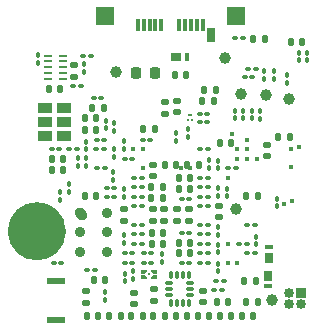
<source format=gbs>
%TF.GenerationSoftware,KiCad,Pcbnew,9.0.1*%
%TF.CreationDate,2025-05-16T18:32:17-04:00*%
%TF.ProjectId,Expansion_Card_Retrofit,45787061-6e73-4696-9f6e-5f436172645f,X1*%
%TF.SameCoordinates,Original*%
%TF.FileFunction,Soldermask,Bot*%
%TF.FilePolarity,Negative*%
%FSLAX45Y45*%
G04 Gerber Fmt 4.5, Leading zero omitted, Abs format (unit mm)*
G04 Created by KiCad (PCBNEW 9.0.1) date 2025-05-16 18:32:17*
%MOMM*%
%LPD*%
G01*
G04 APERTURE LIST*
G04 Aperture macros list*
%AMRoundRect*
0 Rectangle with rounded corners*
0 $1 Rounding radius*
0 $2 $3 $4 $5 $6 $7 $8 $9 X,Y pos of 4 corners*
0 Add a 4 corners polygon primitive as box body*
4,1,4,$2,$3,$4,$5,$6,$7,$8,$9,$2,$3,0*
0 Add four circle primitives for the rounded corners*
1,1,$1+$1,$2,$3*
1,1,$1+$1,$4,$5*
1,1,$1+$1,$6,$7*
1,1,$1+$1,$8,$9*
0 Add four rect primitives between the rounded corners*
20,1,$1+$1,$2,$3,$4,$5,0*
20,1,$1+$1,$4,$5,$6,$7,0*
20,1,$1+$1,$6,$7,$8,$9,0*
20,1,$1+$1,$8,$9,$2,$3,0*%
%AMHorizOval*
0 Thick line with rounded ends*
0 $1 width*
0 $2 $3 position (X,Y) of the first rounded end (center of the circle)*
0 $4 $5 position (X,Y) of the second rounded end (center of the circle)*
0 Add line between two ends*
20,1,$1,$2,$3,$4,$5,0*
0 Add two circle primitives to create the rounded ends*
1,1,$1,$2,$3*
1,1,$1,$4,$5*%
%AMFreePoly0*
4,1,10,0.210000,0.050000,0.050000,-0.110000,-0.160000,-0.110000,-0.195000,-0.095000,-0.210000,-0.060000,-0.210000,0.060000,-0.195000,0.095000,-0.160000,0.110000,0.210000,0.110000,0.210000,0.050000,0.210000,0.050000,$1*%
%AMFreePoly1*
4,1,10,0.210000,-0.050000,0.210000,-0.110000,-0.160000,-0.110000,-0.195000,-0.095000,-0.210000,-0.060000,-0.210000,0.060000,-0.195000,0.095000,-0.160000,0.110000,0.050000,0.110000,0.210000,-0.050000,0.210000,-0.050000,$1*%
%AMFreePoly2*
4,1,10,0.195000,0.095000,0.210000,0.060000,0.210000,-0.060000,0.195000,-0.095000,0.160000,-0.110000,-0.210000,-0.110000,-0.210000,-0.050000,-0.050000,0.110000,0.160000,0.110000,0.195000,0.095000,0.195000,0.095000,$1*%
%AMFreePoly3*
4,1,12,0.260000,-0.029000,0.260000,-0.160000,-0.160000,-0.160000,-0.210000,-0.147000,-0.247000,-0.110000,-0.260000,-0.060000,-0.260000,0.060000,-0.247000,0.110000,-0.210000,0.147000,-0.160000,0.160000,0.071000,0.160000,0.260000,-0.029000,0.260000,-0.029000,$1*%
%AMFreePoly4*
4,1,12,0.260000,0.029000,0.071000,-0.160000,-0.160000,-0.160000,-0.210000,-0.147000,-0.247000,-0.110000,-0.260000,-0.060000,-0.260000,0.060000,-0.247000,0.110000,-0.210000,0.147000,-0.160000,0.160000,0.260000,0.160000,0.260000,0.029000,0.260000,0.029000,$1*%
%AMFreePoly5*
4,1,12,0.210000,0.147000,0.247000,0.110000,0.260000,0.060000,0.260000,-0.060000,0.247000,-0.110000,0.210000,-0.147000,0.160000,-0.160000,-0.071000,-0.160000,-0.260000,0.029000,-0.260000,0.160000,0.160000,0.160000,0.210000,0.147000,0.210000,0.147000,$1*%
%AMFreePoly6*
4,1,12,0.210000,0.147000,0.247000,0.110000,0.260000,0.060000,0.260000,-0.060000,0.247000,-0.110000,0.210000,-0.147000,0.160000,-0.160000,-0.260000,-0.160000,-0.260000,-0.029000,-0.071000,0.160000,0.160000,0.160000,0.210000,0.147000,0.210000,0.147000,$1*%
G04 Aperture macros list end*
%ADD10C,2.475000*%
%ADD11RoundRect,0.100000X0.100000X-0.130000X0.100000X0.130000X-0.100000X0.130000X-0.100000X-0.130000X0*%
%ADD12R,0.380000X1.000000*%
%ADD13R,0.700000X1.150000*%
%ADD14R,0.850000X0.850000*%
%ADD15O,0.850000X0.850000*%
%ADD16R,1.500000X1.500000*%
%ADD17RoundRect,0.100000X-0.100000X0.130000X-0.100000X-0.130000X0.100000X-0.130000X0.100000X0.130000X0*%
%ADD18RoundRect,0.140000X-0.140000X-0.170000X0.140000X-0.170000X0.140000X0.170000X-0.140000X0.170000X0*%
%ADD19RoundRect,0.100000X-0.130000X-0.100000X0.130000X-0.100000X0.130000X0.100000X-0.130000X0.100000X0*%
%ADD20RoundRect,0.100000X0.130000X0.100000X-0.130000X0.100000X-0.130000X-0.100000X0.130000X-0.100000X0*%
%ADD21RoundRect,0.147500X0.147500X0.172500X-0.147500X0.172500X-0.147500X-0.172500X0.147500X-0.172500X0*%
%ADD22C,0.910000*%
%ADD23HorizOval,0.910000X-0.100000X0.100000X0.100000X-0.100000X0*%
%ADD24RoundRect,0.140000X0.140000X0.170000X-0.140000X0.170000X-0.140000X-0.170000X0.140000X-0.170000X0*%
%ADD25RoundRect,0.102000X0.500000X-0.350000X0.500000X0.350000X-0.500000X0.350000X-0.500000X-0.350000X0*%
%ADD26RoundRect,0.140000X-0.170000X0.140000X-0.170000X-0.140000X0.170000X-0.140000X0.170000X0.140000X0*%
%ADD27R,0.650001X0.249999*%
%ADD28RoundRect,0.140000X0.170000X-0.140000X0.170000X0.140000X-0.170000X0.140000X-0.170000X-0.140000X0*%
%ADD29C,1.000000*%
%ADD30RoundRect,0.075000X-0.275000X0.390000X-0.275000X-0.390000X0.275000X-0.390000X0.275000X0.390000X0*%
%ADD31RoundRect,0.075000X-0.275000X0.075000X-0.275000X-0.075000X0.275000X-0.075000X0.275000X0.075000X0*%
%ADD32RoundRect,0.060000X0.015000X-0.065000X0.015000X0.065000X-0.015000X0.065000X-0.015000X-0.065000X0*%
%ADD33RoundRect,0.060000X0.190000X-0.015000X0.190000X0.015000X-0.190000X0.015000X-0.190000X-0.015000X0*%
%ADD34R,1.500000X0.550000*%
%ADD35FreePoly0,180.000000*%
%ADD36FreePoly1,180.000000*%
%ADD37FreePoly2,180.000000*%
%ADD38FreePoly3,180.000000*%
%ADD39FreePoly4,180.000000*%
%ADD40RoundRect,0.071429X0.075761X0.000000X0.000000X0.075761X-0.075761X0.000000X0.000000X-0.075761X0*%
%ADD41FreePoly5,180.000000*%
%ADD42FreePoly6,180.000000*%
%ADD43RoundRect,0.147500X-0.147500X-0.172500X0.147500X-0.172500X0.147500X0.172500X-0.147500X0.172500X0*%
%ADD44RoundRect,0.225000X-0.225000X-0.250000X0.225000X-0.250000X0.225000X0.250000X-0.225000X0.250000X0*%
%ADD45RoundRect,0.075000X0.275000X-0.390000X0.275000X0.390000X-0.275000X0.390000X-0.275000X-0.390000X0*%
%ADD46RoundRect,0.075000X0.275000X-0.075000X0.275000X0.075000X-0.275000X0.075000X-0.275000X-0.075000X0*%
%ADD47RoundRect,0.087500X-0.087500X0.225000X-0.087500X-0.225000X0.087500X-0.225000X0.087500X0.225000X0*%
%ADD48RoundRect,0.087500X-0.225000X0.087500X-0.225000X-0.087500X0.225000X-0.087500X0.225000X0.087500X0*%
%ADD49RoundRect,0.075000X-0.390000X-0.275000X0.390000X-0.275000X0.390000X0.275000X-0.390000X0.275000X0*%
%ADD50RoundRect,0.075000X-0.075000X-0.275000X0.075000X-0.275000X0.075000X0.275000X-0.075000X0.275000X0*%
%ADD51C,0.400000*%
G04 APERTURE END LIST*
D10*
X193750Y805000D02*
G75*
G02*
X-53750Y805000I-123750J0D01*
G01*
X-53750Y805000D02*
G75*
G02*
X193750Y805000I123750J0D01*
G01*
D11*
%TO.C,R44*%
X727500Y1500000D03*
X727500Y1436000D03*
%TD*%
D12*
%TO.C,P1*%
X1475000Y2551000D03*
X1425000Y2551000D03*
X1375000Y2551000D03*
X1325000Y2551000D03*
X1275000Y2551000D03*
X1125000Y2551000D03*
X1075000Y2551000D03*
X1025000Y2551000D03*
X975000Y2551000D03*
X925000Y2551000D03*
D13*
X1542000Y2467000D03*
%TD*%
D14*
%TO.C,J1*%
X2306000Y285000D03*
D15*
X2306000Y185000D03*
X2206000Y285000D03*
X2206000Y185000D03*
%TD*%
D16*
%TO.C,TP6*%
X645000Y2625000D03*
%TD*%
%TO.C,TP8*%
X1755000Y2625000D03*
%TD*%
D17*
%TO.C,R30*%
X887500Y464500D03*
X887500Y400500D03*
%TD*%
D18*
%TO.C,C20*%
X1844500Y1102500D03*
X1940500Y1102500D03*
%TD*%
D19*
%TO.C,C98*%
X1296000Y790000D03*
X1360000Y790000D03*
%TD*%
D17*
%TO.C,R15*%
X1930000Y759500D03*
X1930000Y695500D03*
%TD*%
D18*
%TO.C,C45*%
X1592000Y205000D03*
X1688000Y205000D03*
%TD*%
D20*
%TO.C,C80*%
X262000Y1505000D03*
X198000Y1505000D03*
%TD*%
D21*
%TO.C,D2*%
X1718500Y85000D03*
X1621500Y85000D03*
%TD*%
D11*
%TO.C,C9*%
X1607500Y1338500D03*
X1607500Y1402500D03*
%TD*%
D17*
%TO.C,R36*%
X1347000Y1669000D03*
X1347000Y1605000D03*
%TD*%
D11*
%TO.C,C25*%
X1607500Y626000D03*
X1607500Y690000D03*
%TD*%
D22*
%TO.C,MK1*%
X667000Y960000D03*
X667000Y795000D03*
X667000Y630000D03*
X433000Y630000D03*
X433000Y795000D03*
D23*
X443000Y950000D03*
%TD*%
D24*
%TO.C,C1*%
X2319000Y2404000D03*
X2223000Y2404000D03*
%TD*%
%TO.C,C75*%
X1137000Y1086000D03*
X1041000Y1086000D03*
%TD*%
D11*
%TO.C,C83*%
X807500Y1505500D03*
X807500Y1569500D03*
%TD*%
D17*
%TO.C,R29*%
X486000Y1564000D03*
X486000Y1500000D03*
%TD*%
D18*
%TO.C,C72*%
X1042000Y790000D03*
X1138000Y790000D03*
%TD*%
D11*
%TO.C,C56*%
X1525000Y1340500D03*
X1525000Y1404500D03*
%TD*%
D25*
%TO.C,Y1*%
X140000Y1610000D03*
X140000Y1730000D03*
X140000Y1850000D03*
X300000Y1850000D03*
X300000Y1730000D03*
X300000Y1610000D03*
%TD*%
D21*
%TO.C,D12*%
X780000Y85000D03*
X683000Y85000D03*
%TD*%
D11*
%TO.C,C53*%
X648000Y226000D03*
X648000Y290000D03*
%TD*%
D19*
%TO.C,R42*%
X343000Y1505000D03*
X407000Y1505000D03*
%TD*%
D24*
%TO.C,C65*%
X575500Y1760000D03*
X479500Y1760000D03*
%TD*%
D18*
%TO.C,C106*%
X172000Y2007000D03*
X268000Y2007000D03*
%TD*%
D20*
%TO.C,C67*%
X644500Y1337500D03*
X580500Y1337500D03*
%TD*%
D19*
%TO.C,C84*%
X895500Y1177500D03*
X959500Y1177500D03*
%TD*%
D26*
%TO.C,C36*%
X890000Y283000D03*
X890000Y187000D03*
%TD*%
D20*
%TO.C,C49*%
X562000Y475000D03*
X498000Y475000D03*
%TD*%
D27*
%TO.C,U11*%
X165000Y2092500D03*
X165000Y2142500D03*
X165000Y2192500D03*
X165000Y2242500D03*
X165000Y2292500D03*
X290000Y2292500D03*
X290000Y2242500D03*
X290000Y2192500D03*
X290000Y2142500D03*
X290000Y2092500D03*
%TD*%
D17*
%TO.C,R52*%
X80000Y2297000D03*
X80000Y2233000D03*
%TD*%
D28*
%TO.C,C10*%
X2022000Y1440000D03*
X2022000Y1536000D03*
%TD*%
D17*
%TO.C,R27*%
X340000Y1202500D03*
X340000Y1138500D03*
%TD*%
D11*
%TO.C,C48*%
X808000Y1096000D03*
X808000Y1160000D03*
%TD*%
%TO.C,C50*%
X807000Y707000D03*
X807000Y771000D03*
%TD*%
D17*
%TO.C,R11*%
X1820000Y1824167D03*
X1820000Y1760167D03*
%TD*%
D20*
%TO.C,R19*%
X642000Y1577500D03*
X578000Y1577500D03*
%TD*%
%TO.C,R24*%
X1637000Y310000D03*
X1573000Y310000D03*
%TD*%
D11*
%TO.C,R46*%
X727500Y1655500D03*
X727500Y1719500D03*
%TD*%
D19*
%TO.C,C87*%
X1455000Y778000D03*
X1519000Y778000D03*
%TD*%
D26*
%TO.C,C54*%
X485000Y295500D03*
X485000Y199500D03*
%TD*%
D20*
%TO.C,C90*%
X1519000Y698000D03*
X1455000Y698000D03*
%TD*%
D29*
%TO.C,FID1*%
X1759000Y996000D03*
%TD*%
D30*
%TO.C,D5*%
X2031000Y429500D03*
D31*
X2031000Y341000D03*
%TD*%
D24*
%TO.C,C81*%
X295500Y1420000D03*
X199500Y1420000D03*
%TD*%
D18*
%TO.C,C30*%
X1471000Y1911000D03*
X1567000Y1911000D03*
%TD*%
D19*
%TO.C,C91*%
X1454500Y1178000D03*
X1518500Y1178000D03*
%TD*%
%TO.C,C105*%
X463000Y2292500D03*
X527000Y2292500D03*
%TD*%
D18*
%TO.C,C27*%
X1826000Y381000D03*
X1922000Y381000D03*
%TD*%
D19*
%TO.C,C33*%
X815500Y1417500D03*
X879500Y1417500D03*
%TD*%
D32*
%TO.C,Q1*%
X1384500Y1745500D03*
X1349500Y1745500D03*
D33*
X1367000Y1785500D03*
%TD*%
D18*
%TO.C,C28*%
X1844000Y205000D03*
X1940000Y205000D03*
%TD*%
%TO.C,C15*%
X2116000Y1601000D03*
X2212000Y1601000D03*
%TD*%
D20*
%TO.C,C66*%
X639500Y1497500D03*
X575500Y1497500D03*
%TD*%
D34*
%TO.C,SW2*%
X232000Y55000D03*
X232000Y380000D03*
%TD*%
D11*
%TO.C,R21*%
X415000Y1360000D03*
X415000Y1424000D03*
%TD*%
D19*
%TO.C,C63*%
X968000Y1577500D03*
X1032000Y1577500D03*
%TD*%
D20*
%TO.C,C85*%
X1519000Y1258000D03*
X1455000Y1258000D03*
%TD*%
D28*
%TO.C,C101*%
X1159000Y1800000D03*
X1159000Y1896000D03*
%TD*%
D19*
%TO.C,C22*%
X1853000Y857500D03*
X1917000Y857500D03*
%TD*%
D24*
%TO.C,C46*%
X574000Y1102000D03*
X478000Y1102000D03*
%TD*%
D26*
%TO.C,C37*%
X1060000Y313000D03*
X1060000Y217000D03*
%TD*%
D19*
%TO.C,C92*%
X895000Y1018000D03*
X959000Y1018000D03*
%TD*%
D11*
%TO.C,C8*%
X1682500Y1100500D03*
X1682500Y1164500D03*
%TD*%
D20*
%TO.C,R25*%
X1652000Y385000D03*
X1588000Y385000D03*
%TD*%
%TO.C,C93*%
X960000Y858000D03*
X896000Y858000D03*
%TD*%
D21*
%TO.C,D9*%
X1342250Y85000D03*
X1245250Y85000D03*
%TD*%
D19*
%TO.C,R43*%
X553500Y1937500D03*
X617500Y1937500D03*
%TD*%
%TO.C,C89*%
X896000Y779000D03*
X960000Y779000D03*
%TD*%
D20*
%TO.C,C7*%
X1757000Y1337500D03*
X1693000Y1337500D03*
%TD*%
D28*
%TO.C,C100*%
X1253000Y1816000D03*
X1253000Y1912000D03*
%TD*%
D19*
%TO.C,R16*%
X1785500Y697500D03*
X1849500Y697500D03*
%TD*%
D26*
%TO.C,C76*%
X1253000Y991000D03*
X1253000Y895000D03*
%TD*%
D35*
%TO.C,U7*%
X1059000Y415000D03*
D36*
X1059000Y463000D03*
D37*
X981000Y463000D03*
D38*
X1059000Y463000D03*
D39*
X1059000Y415000D03*
D40*
X1020000Y439000D03*
D41*
X981000Y415000D03*
D42*
X981000Y463000D03*
%TD*%
D28*
%TO.C,C31*%
X1050000Y1271500D03*
X1050000Y1367500D03*
%TD*%
D43*
%TO.C,D7*%
X1901500Y2435000D03*
X1998500Y2435000D03*
%TD*%
D19*
%TO.C,R20*%
X1748000Y2445000D03*
X1812000Y2445000D03*
%TD*%
D24*
%TO.C,C82*%
X295000Y1327500D03*
X199000Y1327500D03*
%TD*%
D17*
%TO.C,R10*%
X1750000Y1824167D03*
X1750000Y1760167D03*
%TD*%
%TO.C,R31*%
X817500Y444500D03*
X817500Y380500D03*
%TD*%
D24*
%TO.C,C55*%
X650500Y392500D03*
X554500Y392500D03*
%TD*%
D44*
%TO.C,TH1*%
X913500Y2144000D03*
X1068500Y2144000D03*
%TD*%
D17*
%TO.C,C6*%
X1998000Y2159000D03*
X1998000Y2095000D03*
%TD*%
D20*
%TO.C,C52*%
X879000Y618000D03*
X815000Y618000D03*
%TD*%
D29*
%TO.C,FID2*%
X2061000Y221000D03*
%TD*%
D20*
%TO.C,C86*%
X960500Y698000D03*
X896500Y698000D03*
%TD*%
D11*
%TO.C,C24*%
X1607500Y465500D03*
X1607500Y529500D03*
%TD*%
D19*
%TO.C,C51*%
X815000Y539000D03*
X879000Y539000D03*
%TD*%
D28*
%TO.C,C78*%
X1151000Y895000D03*
X1151000Y991000D03*
%TD*%
D29*
%TO.C,TP3*%
X1800000Y1964000D03*
%TD*%
D17*
%TO.C,C5*%
X2286000Y2317000D03*
X2286000Y2253000D03*
%TD*%
D11*
%TO.C,C39*%
X1127000Y546000D03*
X1127000Y610000D03*
%TD*%
D26*
%TO.C,C79*%
X1051000Y991000D03*
X1051000Y895000D03*
%TD*%
D28*
%TO.C,C77*%
X1358000Y895000D03*
X1358000Y991000D03*
%TD*%
D20*
%TO.C,C3*%
X1925000Y2183000D03*
X1861000Y2183000D03*
%TD*%
D11*
%TO.C,C23*%
X1607500Y773000D03*
X1607500Y837000D03*
%TD*%
D24*
%TO.C,C99*%
X636000Y1852500D03*
X540000Y1852500D03*
%TD*%
D19*
%TO.C,R41*%
X1451000Y1802000D03*
X1515000Y1802000D03*
%TD*%
D24*
%TO.C,C29*%
X1585000Y2003000D03*
X1489000Y2003000D03*
%TD*%
D26*
%TO.C,C19*%
X1615000Y1018000D03*
X1615000Y922000D03*
%TD*%
D20*
%TO.C,R40*%
X724500Y1092500D03*
X660500Y1092500D03*
%TD*%
D17*
%TO.C,R12*%
X1890000Y1824167D03*
X1890000Y1760167D03*
%TD*%
D45*
%TO.C,D4*%
X2032000Y582500D03*
D46*
X2032000Y671000D03*
%TD*%
D11*
%TO.C,R22*%
X270000Y1070500D03*
X270000Y1134500D03*
%TD*%
D20*
%TO.C,C43*%
X1518500Y538000D03*
X1454500Y538000D03*
%TD*%
D24*
%TO.C,C70*%
X1367000Y709000D03*
X1271000Y709000D03*
%TD*%
%TO.C,C59*%
X1068000Y1675000D03*
X972000Y1675000D03*
%TD*%
D21*
%TO.C,D11*%
X967250Y85000D03*
X870250Y85000D03*
%TD*%
D20*
%TO.C,C97*%
X1359500Y1080000D03*
X1295500Y1080000D03*
%TD*%
D19*
%TO.C,C38*%
X975000Y539000D03*
X1039000Y539000D03*
%TD*%
D47*
%TO.C,U8*%
X1205000Y431250D03*
X1255000Y431250D03*
X1305000Y431250D03*
X1355000Y431250D03*
D48*
X1371250Y365000D03*
X1371250Y315000D03*
X1371250Y265000D03*
D47*
X1355000Y198750D03*
X1305000Y198750D03*
X1255000Y198750D03*
X1205000Y198750D03*
D48*
X1188750Y265000D03*
X1188750Y315000D03*
X1188750Y365000D03*
%TD*%
D20*
%TO.C,R39*%
X724500Y1167500D03*
X660500Y1167500D03*
%TD*%
D19*
%TO.C,C57*%
X1453000Y1497500D03*
X1517000Y1497500D03*
%TD*%
D24*
%TO.C,C74*%
X1367000Y1259000D03*
X1271000Y1259000D03*
%TD*%
D19*
%TO.C,C26*%
X1853500Y617500D03*
X1917500Y617500D03*
%TD*%
D20*
%TO.C,R47*%
X278000Y537000D03*
X214000Y537000D03*
%TD*%
D11*
%TO.C,C58*%
X1252500Y1570500D03*
X1252500Y1634500D03*
%TD*%
D20*
%TO.C,C88*%
X959500Y1098000D03*
X895500Y1098000D03*
%TD*%
D26*
%TO.C,C44*%
X1480000Y303000D03*
X1480000Y207000D03*
%TD*%
D20*
%TO.C,R53*%
X442000Y2035000D03*
X378000Y2035000D03*
%TD*%
D18*
%TO.C,C73*%
X1271000Y617000D03*
X1367000Y617000D03*
%TD*%
%TO.C,C71*%
X1271000Y1167000D03*
X1367000Y1167000D03*
%TD*%
D20*
%TO.C,R38*%
X1515000Y1732000D03*
X1451000Y1732000D03*
%TD*%
D24*
%TO.C,C64*%
X575500Y1665000D03*
X479500Y1665000D03*
%TD*%
D17*
%TO.C,C2*%
X2185000Y2125000D03*
X2185000Y2061000D03*
%TD*%
D19*
%TO.C,C34*%
X895500Y1257500D03*
X959500Y1257500D03*
%TD*%
D29*
%TO.C,TP4*%
X1666000Y2274000D03*
%TD*%
D17*
%TO.C,C4*%
X2077000Y2161000D03*
X2077000Y2097000D03*
%TD*%
D21*
%TO.C,D3*%
X1904000Y85000D03*
X1807000Y85000D03*
%TD*%
D29*
%TO.C,TP1*%
X2205000Y1921000D03*
%TD*%
%TO.C,FID4*%
X743000Y2155000D03*
%TD*%
D11*
%TO.C,C35*%
X487500Y1360500D03*
X487500Y1424500D03*
%TD*%
D21*
%TO.C,D8*%
X1529750Y85000D03*
X1432750Y85000D03*
%TD*%
D28*
%TO.C,C47*%
X809000Y895000D03*
X809000Y991000D03*
%TD*%
D17*
%TO.C,C21*%
X1607500Y1170000D03*
X1607500Y1106000D03*
%TD*%
%TO.C,R13*%
X1960000Y1820000D03*
X1960000Y1756000D03*
%TD*%
D11*
%TO.C,R8*%
X2102500Y1015500D03*
X2102500Y1079500D03*
%TD*%
%TO.C,R18*%
X655000Y1678000D03*
X655000Y1742000D03*
%TD*%
D24*
%TO.C,C69*%
X1138000Y698000D03*
X1042000Y698000D03*
%TD*%
D20*
%TO.C,C41*%
X1363000Y536000D03*
X1299000Y536000D03*
%TD*%
D21*
%TO.C,D13*%
X592500Y85000D03*
X495500Y85000D03*
%TD*%
D19*
%TO.C,C42*%
X1454500Y619000D03*
X1518500Y619000D03*
%TD*%
D24*
%TO.C,C12*%
X1335000Y2126000D03*
X1239000Y2126000D03*
%TD*%
D19*
%TO.C,R9*%
X1830000Y2112000D03*
X1894000Y2112000D03*
%TD*%
D18*
%TO.C,C60*%
X1345000Y1367500D03*
X1441000Y1367500D03*
%TD*%
D19*
%TO.C,C95*%
X1454500Y1019000D03*
X1518500Y1019000D03*
%TD*%
D18*
%TO.C,C68*%
X1041000Y1177500D03*
X1137000Y1177500D03*
%TD*%
D17*
%TO.C,R51*%
X470000Y2217000D03*
X470000Y2153000D03*
%TD*%
D20*
%TO.C,C40*%
X1039000Y617000D03*
X975000Y617000D03*
%TD*%
%TO.C,C96*%
X1519500Y858000D03*
X1455500Y858000D03*
%TD*%
D24*
%TO.C,C11*%
X1718000Y1549000D03*
X1622000Y1549000D03*
%TD*%
D49*
%TO.C,D1*%
X1252500Y2277000D03*
D50*
X1341000Y2277000D03*
%TD*%
D26*
%TO.C,C107*%
X387500Y2210500D03*
X387500Y2114500D03*
%TD*%
D21*
%TO.C,D10*%
X1154750Y85000D03*
X1057750Y85000D03*
%TD*%
D29*
%TO.C,TP2*%
X2009000Y1957000D03*
%TD*%
D18*
%TO.C,C32*%
X1154500Y1367500D03*
X1250500Y1367500D03*
%TD*%
D17*
%TO.C,R45*%
X717000Y1305000D03*
X717000Y1241000D03*
%TD*%
%TO.C,R4*%
X2357000Y2316000D03*
X2357000Y2252000D03*
%TD*%
D20*
%TO.C,C94*%
X1519000Y1098000D03*
X1455000Y1098000D03*
%TD*%
D51*
X1287000Y1338000D03*
X1367000Y1258000D03*
X1765946Y1498659D03*
X1367000Y1338000D03*
X2165000Y1035000D03*
X1691000Y1255934D03*
X2222000Y1350000D03*
X2230000Y1060000D03*
X2226000Y1505000D03*
X967000Y1498000D03*
X887000Y1498000D03*
X2292000Y1522000D03*
X1687000Y538000D03*
X1767000Y538000D03*
X967000Y1338000D03*
X728000Y1498000D03*
X1766684Y1415904D03*
X1849000Y1498000D03*
X1853000Y1579000D03*
X1849000Y1416000D03*
X1932000Y1417000D03*
X1687500Y700000D03*
X1722101Y1625306D03*
M02*

</source>
